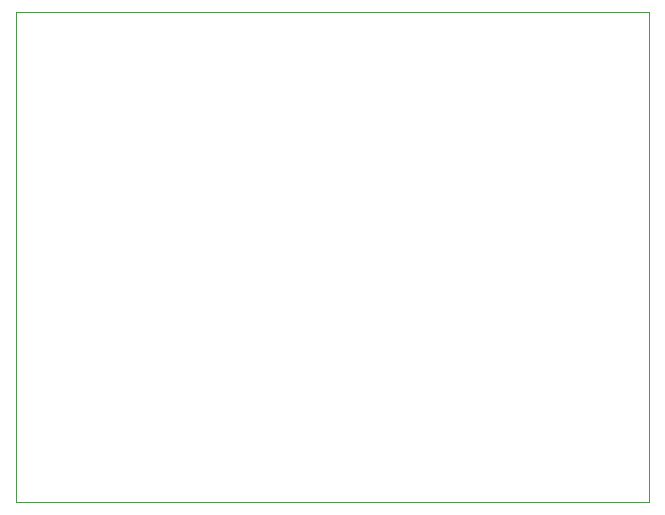
<source format=gm1>
G04 #@! TF.GenerationSoftware,KiCad,Pcbnew,(6.0.2-0)*
G04 #@! TF.CreationDate,2022-08-02T07:49:56-03:00*
G04 #@! TF.ProjectId,Modulo-completo,4d6f6475-6c6f-42d6-936f-6d706c65746f,rev?*
G04 #@! TF.SameCoordinates,Original*
G04 #@! TF.FileFunction,Profile,NP*
%FSLAX46Y46*%
G04 Gerber Fmt 4.6, Leading zero omitted, Abs format (unit mm)*
G04 Created by KiCad (PCBNEW (6.0.2-0)) date 2022-08-02 07:49:56*
%MOMM*%
%LPD*%
G01*
G04 APERTURE LIST*
G04 #@! TA.AperFunction,Profile*
%ADD10C,0.050000*%
G04 #@! TD*
G04 APERTURE END LIST*
D10*
X104704000Y-85217000D02*
X158298000Y-85217000D01*
X158298000Y-85217000D02*
X158298000Y-126746000D01*
X158298000Y-126746000D02*
X104704000Y-126746000D01*
X104704000Y-126746000D02*
X104704000Y-85217000D01*
M02*

</source>
